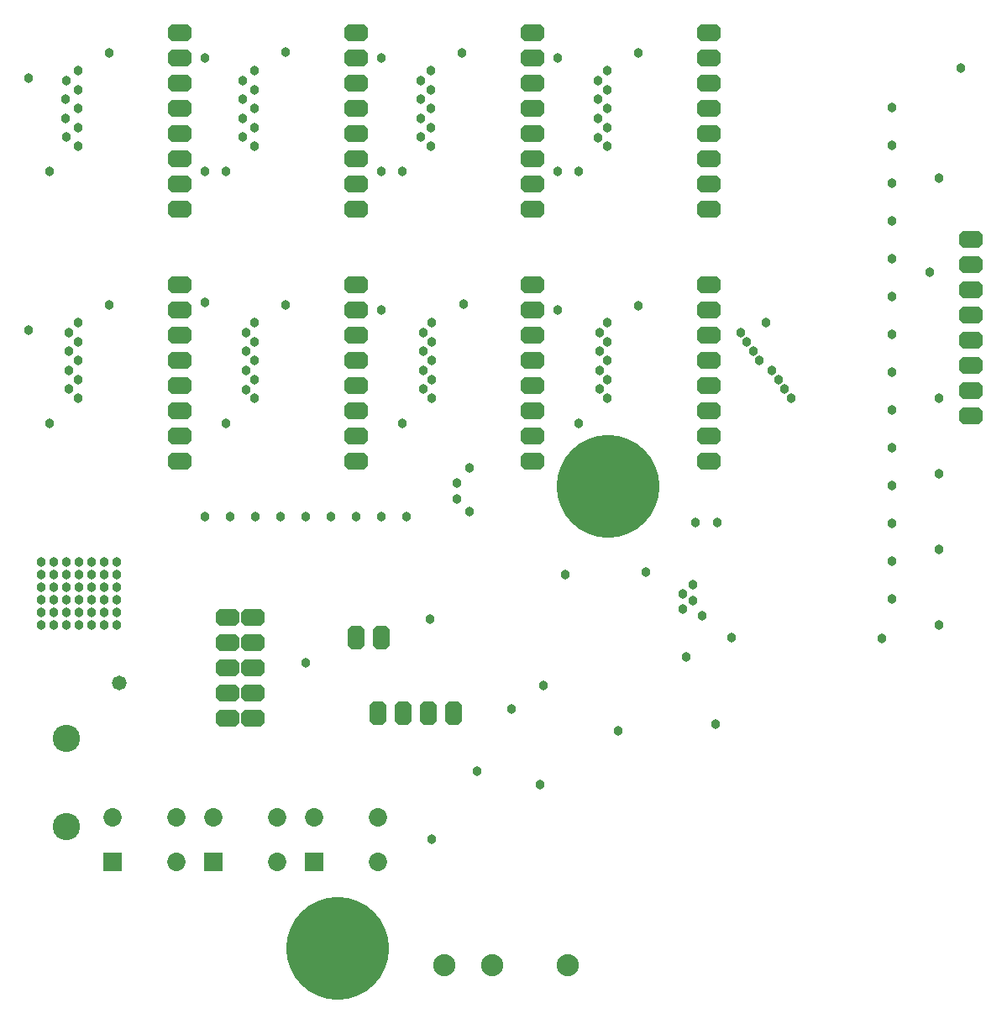
<source format=gbs>
%FSTAX23Y23*%
%MOIN*%
%SFA1B1*%

%IPPOS*%
%AMD68*
4,1,8,-0.046500,0.017000,-0.046500,-0.017000,-0.029500,-0.034000,0.029500,-0.034000,0.046500,-0.017000,0.046500,0.017000,0.029500,0.034000,-0.029500,0.034000,-0.046500,0.017000,0.0*
%
%AMD69*
4,1,8,-0.017000,-0.046500,0.017000,-0.046500,0.034000,-0.029500,0.034000,0.029500,0.017000,0.046500,-0.017000,0.046500,-0.034000,0.029500,-0.034000,-0.029500,-0.017000,-0.046500,0.0*
%
%ADD66R,0.072960X0.072960*%
%ADD67C,0.072960*%
G04~CAMADD=68~4~0.0~0.0~680.0~930.0~0.0~170.0~0~0.0~0.0~0.0~0.0~0~0.0~0.0~0.0~0.0~0~0.0~0.0~0.0~90.0~930.0~680.0*
%ADD68D68*%
G04~CAMADD=69~4~0.0~0.0~680.0~930.0~0.0~170.0~0~0.0~0.0~0.0~0.0~0~0.0~0.0~0.0~0.0~0~0.0~0.0~0.0~180.0~680.0~930.0*
%ADD69D69*%
%ADD70C,0.038000*%
%ADD71C,0.088000*%
%ADD72C,0.058000*%
%ADD73C,0.408000*%
%ADD74C,0.108000*%
%LNledcube-1*%
%LPD*%
G54D66*
X02232Y01611D03*
X01832D03*
X01432D03*
G54D67*
X02232Y01788D03*
X02487D03*
Y01611D03*
X02087D03*
Y01788D03*
X01832D03*
X01687Y01611D03*
Y01788D03*
X01432D03*
G54D68*
X0484Y0338D03*
Y0348D03*
Y0358D03*
Y0368D03*
Y0378D03*
Y0388D03*
Y0398D03*
Y0408D03*
X0199Y0218D03*
Y0228D03*
Y0238D03*
Y0248D03*
Y0258D03*
X0189Y0218D03*
Y0228D03*
Y0238D03*
Y0248D03*
Y0258D03*
X017Y049D03*
Y048D03*
Y047D03*
Y046D03*
Y045D03*
Y044D03*
Y043D03*
Y042D03*
X024Y049D03*
Y048D03*
Y047D03*
Y046D03*
Y045D03*
Y044D03*
Y043D03*
Y042D03*
X031Y049D03*
Y048D03*
Y047D03*
Y046D03*
Y045D03*
Y044D03*
Y043D03*
Y042D03*
X038Y049D03*
Y048D03*
Y047D03*
Y046D03*
Y045D03*
Y044D03*
Y043D03*
Y042D03*
X017Y039D03*
Y038D03*
Y037D03*
Y036D03*
Y035D03*
Y034D03*
Y033D03*
Y032D03*
X024Y039D03*
Y038D03*
Y037D03*
Y036D03*
Y035D03*
Y034D03*
Y033D03*
Y032D03*
X031Y039D03*
Y038D03*
Y037D03*
Y036D03*
Y035D03*
Y034D03*
Y033D03*
Y032D03*
X038Y039D03*
Y038D03*
Y037D03*
Y036D03*
Y035D03*
Y034D03*
Y033D03*
Y032D03*
G54D69*
X02485Y022D03*
X02585D03*
X02685D03*
X02785D03*
X024Y025D03*
X025D03*
G54D70*
X03366Y03488D03*
X02667Y03487D03*
X01962Y03485D03*
X01259Y03488D03*
X03358Y04484D03*
X02656Y04487D03*
X0195Y04637D03*
Y04487D03*
X01249Y04712D03*
X01247Y04562D03*
X0125Y04487D03*
X026Y0298D03*
X025D03*
X024D03*
X023D03*
X022D03*
X021D03*
X02D03*
X019D03*
X018D03*
X0115Y028D03*
X012D03*
X0125D03*
X013D03*
X02693Y02575D03*
X0355Y0276D03*
X03771Y02588D03*
X022Y024D03*
X03518Y04821D03*
X02818D03*
X02118Y04826D03*
X01418Y04821D03*
X01997Y0345D03*
X01418Y03821D03*
X02118Y03823D03*
X02825Y03825D03*
X03518Y03818D03*
X028Y03115D03*
X0285Y03175D03*
X028Y0305D03*
X0285Y03D03*
X027Y03675D03*
X04Y036D03*
X03925Y03712D03*
X03975Y03637D03*
X0405Y03562D03*
X041Y03487D03*
X04025Y0375D03*
X0395Y03675D03*
X04075Y03525D03*
X04125Y0345D03*
X03358Y04712D03*
X03397Y04675D03*
X03358Y04637D03*
X03397Y046D03*
X03358Y04562D03*
X03397Y04525D03*
Y0445D03*
Y0475D03*
X02656Y04712D03*
X02697Y04675D03*
X02656Y04637D03*
X02697Y046D03*
X02656Y04562D03*
X02697Y04525D03*
Y0445D03*
Y0475D03*
X0195Y04712D03*
X01997Y04675D03*
Y046D03*
X0195Y04562D03*
X01997Y04525D03*
Y0445D03*
Y0475D03*
X01297Y04675D03*
X01247Y04637D03*
X01297Y046D03*
Y04525D03*
Y0445D03*
Y0475D03*
X01259Y03712D03*
X01297Y03675D03*
X01259Y03637D03*
X01297Y036D03*
X01259Y03562D03*
X01297Y03525D03*
Y0345D03*
Y0375D03*
X01962Y03712D03*
X01997Y03675D03*
X01962Y03637D03*
X01997Y036D03*
X01962Y03562D03*
X01997Y03525D03*
Y0375D03*
X027D03*
X03397D03*
X027Y0345D03*
Y03525D03*
X02667Y03562D03*
X027Y036D03*
X02667Y03637D03*
Y03712D03*
X03366D03*
Y03637D03*
Y03562D03*
X03397Y0345D03*
Y03525D03*
Y036D03*
Y03675D03*
X048Y0476D03*
X04712Y04325D03*
X04675Y0395D03*
X04712Y03452D03*
Y03152D03*
Y02852D03*
Y02552D03*
X0371Y02425D03*
X03735Y02647D03*
Y0271D03*
X03695Y02675D03*
Y02615D03*
X03747Y02957D03*
X03832D03*
X03827Y02157D03*
X0389Y025D03*
X027Y017D03*
X03142Y02312D03*
X0323Y0275D03*
X025Y038D03*
X032D03*
X018Y0383D03*
X011Y0372D03*
Y0472D03*
X018Y048D03*
X032D03*
X025D03*
X01181Y04351D03*
X01881D03*
X02581D03*
X03281D03*
Y03351D03*
X02581D03*
X01881D03*
X01181D03*
X018Y0435D03*
X025D03*
X032D03*
X0344Y0213D03*
X0288Y0197D03*
X03017Y02217D03*
X03129Y01919D03*
X04487Y02499D03*
X04526Y02654D03*
Y02804D03*
Y02954D03*
Y03104D03*
Y03254D03*
Y03404D03*
Y03554D03*
Y03704D03*
Y03854D03*
Y04004D03*
Y04154D03*
Y04304D03*
Y04454D03*
Y04604D03*
X0115Y0255D03*
Y026D03*
Y0265D03*
Y027D03*
Y0275D03*
X012Y0255D03*
X0125D03*
X013D03*
X0135D03*
X014D03*
Y026D03*
X0135D03*
X013D03*
X0125D03*
X012D03*
Y0265D03*
X0135Y028D03*
X014D03*
X0145D03*
Y0275D03*
X014D03*
X0135D03*
X013D03*
X0125D03*
X012D03*
Y027D03*
X0125D03*
X013D03*
X0135D03*
X014D03*
X0145D03*
Y0265D03*
X014D03*
X0135D03*
X013D03*
X0125D03*
X0145Y026D03*
Y0255D03*
G54D71*
X0294Y012D03*
X0275D03*
X0324D03*
G54D72*
X0146Y0232D03*
G54D73*
X02326Y01269D03*
X034Y031D03*
G54D74*
X0125Y021D03*
Y0175D03*
M02*
</source>
